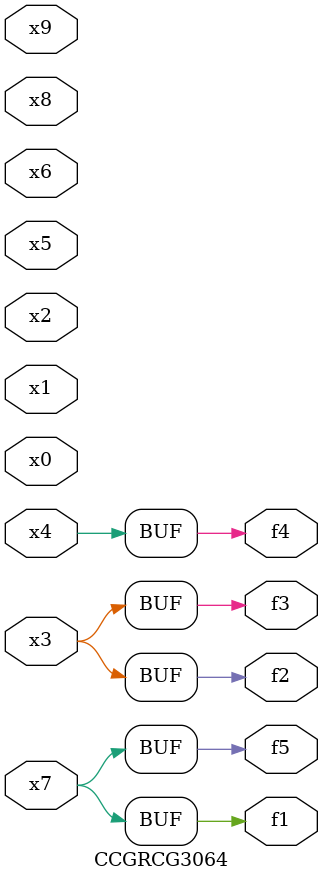
<source format=v>
module CCGRCG3064(
	input x0, x1, x2, x3, x4, x5, x6, x7, x8, x9,
	output f1, f2, f3, f4, f5
);
	assign f1 = x7;
	assign f2 = x3;
	assign f3 = x3;
	assign f4 = x4;
	assign f5 = x7;
endmodule

</source>
